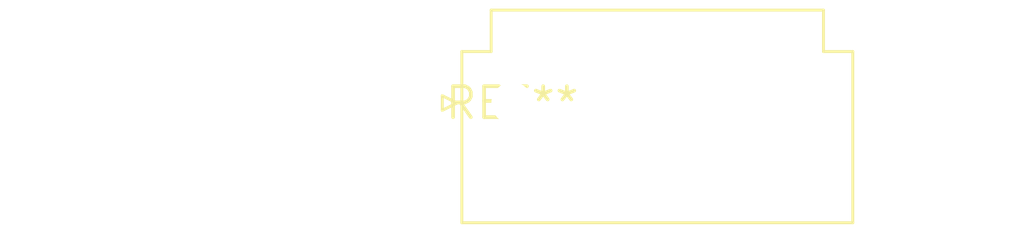
<source format=kicad_pcb>
(kicad_pcb (version 20240108) (generator pcbnew)
  (layers (0 "F.Cu" signal) (31 "B.Cu" signal) (34 "B.Paste" user) (35 "F.Paste" user) (36 "B.SilkS" user "B.Silkscreen") (37 "F.SilkS" user "F.Silkscreen") (38 "B.Mask" user) (39 "F.Mask" user) (44 "Edge.Cuts" user))
  (net 0 "")
  (footprint "JST_VH_B4P-VH-B_1x04_P3.96mm_Vertical" (layer "F.Cu") (at 0 0)
    (property "Reference" "REF**")
    (property "Value" "JST_VH_B4P-VH-B_1x04_P3.96mm_Vertical")
    (fp_line (start -2.86 -0.3) (end -2.26 0) (layer "F.SilkS") (stroke (width 0.12)))
    (fp_line (start -2.86 0.3) (end -2.86 -0.3) (layer "F.SilkS") (stroke (width 0.12)))
    (fp_line (start -2.26 0) (end -2.86 0.3) (layer "F.SilkS") (stroke (width 0.12)))
    (fp_line (start -2.06 -2.11) (end -0.86 -2.11) (layer "F.SilkS") (stroke (width 0.12)))
    (fp_line (start -2.06 4.91) (end -2.06 -2.11) (layer "F.SilkS") (stroke (width 0.12)))
    (fp_line (start -0.86 -3.81) (end 12.74 -3.81) (layer "F.SilkS") (stroke (width 0.12)))
    (fp_line (start -0.86 -2.11) (end -0.86 -3.81) (layer "F.SilkS") (stroke (width 0.12)))
    (fp_line (start 12.74 -3.81) (end 12.74 -2.11) (layer "F.SilkS") (stroke (width 0.12)))
    (fp_line (start 12.74 -2.11) (end 13.94 -2.11) (layer "F.SilkS") (stroke (width 0.12)))
    (fp_line (start 13.94 -2.11) (end 13.94 4.91) (layer "F.SilkS") (stroke (width 0.12)))
    (fp_line (start 13.94 4.91) (end -2.06 4.91) (layer "F.SilkS") (stroke (width 0.12)))
    (pad "1" thru_hole roundrect (at 0 0) (size 2.7 2.7) (drill 1.7) (layers *.Cu *.Mask) (remove_unused_layers) (roundrect_rratio 0.092593))
    (pad "2" thru_hole circle (at 3.96 0) (size 2.7 2.7) (drill 1.7) (layers *.Cu *.Mask) (remove_unused_layers))
    (pad "3" thru_hole circle (at 7.92 0) (size 2.7 2.7) (drill 1.7) (layers *.Cu *.Mask) (remove_unused_layers))
    (pad "4" thru_hole circle (at 11.88 0) (size 2.7 2.7) (drill 1.7) (layers *.Cu *.Mask) (remove_unused_layers))
  )
)
</source>
